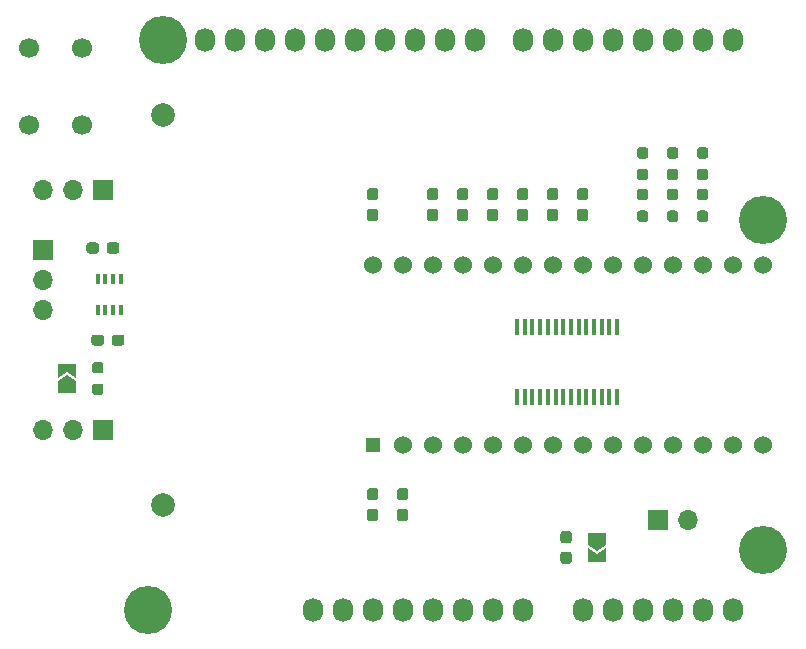
<source format=gts>
G04 #@! TF.GenerationSoftware,KiCad,Pcbnew,5.1.12-84ad8e8a86~92~ubuntu20.04.1*
G04 #@! TF.CreationDate,2022-02-09T05:50:52+09:00*
G04 #@! TF.ProjectId,Akashi-09,416b6173-6869-42d3-9039-2e6b69636164,rev?*
G04 #@! TF.SameCoordinates,Original*
G04 #@! TF.FileFunction,Soldermask,Top*
G04 #@! TF.FilePolarity,Negative*
%FSLAX46Y46*%
G04 Gerber Fmt 4.6, Leading zero omitted, Abs format (unit mm)*
G04 Created by KiCad (PCBNEW 5.1.12-84ad8e8a86~92~ubuntu20.04.1) date 2022-02-09 05:50:52*
%MOMM*%
%LPD*%
G01*
G04 APERTURE LIST*
%ADD10C,2.000000*%
%ADD11C,0.100000*%
%ADD12O,1.700000X1.700000*%
%ADD13R,1.700000X1.700000*%
%ADD14C,1.524000*%
%ADD15R,1.270000X1.270000*%
%ADD16R,0.406400X0.876300*%
%ADD17C,1.700000*%
%ADD18R,0.355600X1.384300*%
%ADD19O,1.727200X2.032000*%
%ADD20C,4.064000*%
G04 APERTURE END LIST*
D10*
G04 #@! TO.C,TP2*
X126238000Y-114935000D03*
G04 #@! TD*
G04 #@! TO.C,TP1*
X126238000Y-81915000D03*
G04 #@! TD*
D11*
G04 #@! TO.C,JP5*
G36*
X162998000Y-118840000D02*
G01*
X162248000Y-118340000D01*
X162248000Y-117340000D01*
X163748000Y-117340000D01*
X163748000Y-118340000D01*
X162998000Y-118840000D01*
G37*
G36*
X162248000Y-119790000D02*
G01*
X162248000Y-118640000D01*
X162998000Y-119140000D01*
X163748000Y-118640000D01*
X163748000Y-119790000D01*
X162248000Y-119790000D01*
G37*
G04 #@! TD*
G04 #@! TO.C,D10*
G36*
G01*
X160635500Y-118215000D02*
X160160500Y-118215000D01*
G75*
G02*
X159923000Y-117977500I0J237500D01*
G01*
X159923000Y-117402500D01*
G75*
G02*
X160160500Y-117165000I237500J0D01*
G01*
X160635500Y-117165000D01*
G75*
G02*
X160873000Y-117402500I0J-237500D01*
G01*
X160873000Y-117977500D01*
G75*
G02*
X160635500Y-118215000I-237500J0D01*
G01*
G37*
G36*
G01*
X160635500Y-119965000D02*
X160160500Y-119965000D01*
G75*
G02*
X159923000Y-119727500I0J237500D01*
G01*
X159923000Y-119152500D01*
G75*
G02*
X160160500Y-118915000I237500J0D01*
G01*
X160635500Y-118915000D01*
G75*
G02*
X160873000Y-119152500I0J-237500D01*
G01*
X160873000Y-119727500D01*
G75*
G02*
X160635500Y-119965000I-237500J0D01*
G01*
G37*
G04 #@! TD*
D12*
G04 #@! TO.C,J2*
X116078000Y-98425000D03*
X116078000Y-95885000D03*
D13*
X116078000Y-93345000D03*
G04 #@! TD*
D14*
G04 #@! TO.C,J1*
X144018000Y-94615000D03*
X146558000Y-94615000D03*
X149098000Y-94615000D03*
X151638000Y-94615000D03*
X154178000Y-94615000D03*
X156718000Y-94615000D03*
X159258000Y-94615000D03*
X161798000Y-94615000D03*
X164338000Y-94615000D03*
X166878000Y-94615000D03*
X169418000Y-94615000D03*
X171958000Y-94615000D03*
X174498000Y-94615000D03*
X177038000Y-94615000D03*
X177038000Y-109855000D03*
X174498000Y-109855000D03*
X171958000Y-109855000D03*
X169418000Y-109855000D03*
X166878000Y-109855000D03*
X164338000Y-109855000D03*
X161798000Y-109855000D03*
X159258000Y-109855000D03*
X156718000Y-109855000D03*
X154178000Y-109855000D03*
X151638000Y-109855000D03*
X149098000Y-109855000D03*
X146558000Y-109855000D03*
D15*
X144018000Y-109855000D03*
G04 #@! TD*
D12*
G04 #@! TO.C,JP3*
X170688000Y-116205000D03*
D13*
X168148000Y-116205000D03*
G04 #@! TD*
D16*
G04 #@! TO.C,U2*
X120748000Y-95800550D03*
X121397998Y-95800550D03*
X122048000Y-95800550D03*
X122697998Y-95800550D03*
X122697998Y-98429450D03*
X122048000Y-98429450D03*
X121397998Y-98429450D03*
X120748000Y-98429450D03*
G04 #@! TD*
D17*
G04 #@! TO.C,SW1*
X119448000Y-76315000D03*
X119448000Y-82815000D03*
X114948000Y-76315000D03*
X114948000Y-82815000D03*
G04 #@! TD*
G04 #@! TO.C,R16*
G36*
G01*
X120510500Y-104690000D02*
X120985500Y-104690000D01*
G75*
G02*
X121223000Y-104927500I0J-237500D01*
G01*
X121223000Y-105427500D01*
G75*
G02*
X120985500Y-105665000I-237500J0D01*
G01*
X120510500Y-105665000D01*
G75*
G02*
X120273000Y-105427500I0J237500D01*
G01*
X120273000Y-104927500D01*
G75*
G02*
X120510500Y-104690000I237500J0D01*
G01*
G37*
G36*
G01*
X120510500Y-102865000D02*
X120985500Y-102865000D01*
G75*
G02*
X121223000Y-103102500I0J-237500D01*
G01*
X121223000Y-103602500D01*
G75*
G02*
X120985500Y-103840000I-237500J0D01*
G01*
X120510500Y-103840000D01*
G75*
G02*
X120273000Y-103602500I0J237500D01*
G01*
X120273000Y-103102500D01*
G75*
G02*
X120510500Y-102865000I237500J0D01*
G01*
G37*
G04 #@! TD*
D12*
G04 #@! TO.C,JP2*
X116078000Y-88265000D03*
X118618000Y-88265000D03*
D13*
X121158000Y-88265000D03*
G04 #@! TD*
D11*
G04 #@! TO.C,JP4*
G36*
X118148000Y-103990000D02*
G01*
X118898000Y-104490000D01*
X118898000Y-105490000D01*
X117398000Y-105490000D01*
X117398000Y-104490000D01*
X118148000Y-103990000D01*
G37*
G36*
X118898000Y-103040000D02*
G01*
X118898000Y-104190000D01*
X118148000Y-103690000D01*
X117398000Y-104190000D01*
X117398000Y-103040000D01*
X118898000Y-103040000D01*
G37*
G04 #@! TD*
D12*
G04 #@! TO.C,JP1*
X116078000Y-108585000D03*
X118618000Y-108585000D03*
D13*
X121158000Y-108585000D03*
G04 #@! TD*
G04 #@! TO.C,C4*
G36*
G01*
X120860500Y-92977500D02*
X120860500Y-93452500D01*
G75*
G02*
X120623000Y-93690000I-237500J0D01*
G01*
X120023000Y-93690000D01*
G75*
G02*
X119785500Y-93452500I0J237500D01*
G01*
X119785500Y-92977500D01*
G75*
G02*
X120023000Y-92740000I237500J0D01*
G01*
X120623000Y-92740000D01*
G75*
G02*
X120860500Y-92977500I0J-237500D01*
G01*
G37*
G36*
G01*
X122585500Y-92977500D02*
X122585500Y-93452500D01*
G75*
G02*
X122348000Y-93690000I-237500J0D01*
G01*
X121748000Y-93690000D01*
G75*
G02*
X121510500Y-93452500I0J237500D01*
G01*
X121510500Y-92977500D01*
G75*
G02*
X121748000Y-92740000I237500J0D01*
G01*
X122348000Y-92740000D01*
G75*
G02*
X122585500Y-92977500I0J-237500D01*
G01*
G37*
G04 #@! TD*
G04 #@! TO.C,C3*
G36*
G01*
X121935500Y-101252500D02*
X121935500Y-100777500D01*
G75*
G02*
X122173000Y-100540000I237500J0D01*
G01*
X122773000Y-100540000D01*
G75*
G02*
X123010500Y-100777500I0J-237500D01*
G01*
X123010500Y-101252500D01*
G75*
G02*
X122773000Y-101490000I-237500J0D01*
G01*
X122173000Y-101490000D01*
G75*
G02*
X121935500Y-101252500I0J237500D01*
G01*
G37*
G36*
G01*
X120210500Y-101252500D02*
X120210500Y-100777500D01*
G75*
G02*
X120448000Y-100540000I237500J0D01*
G01*
X121048000Y-100540000D01*
G75*
G02*
X121285500Y-100777500I0J-237500D01*
G01*
X121285500Y-101252500D01*
G75*
G02*
X121048000Y-101490000I-237500J0D01*
G01*
X120448000Y-101490000D01*
G75*
G02*
X120210500Y-101252500I0J237500D01*
G01*
G37*
G04 #@! TD*
G04 #@! TO.C,R11*
G36*
G01*
X172195500Y-85657500D02*
X171720500Y-85657500D01*
G75*
G02*
X171483000Y-85420000I0J237500D01*
G01*
X171483000Y-84920000D01*
G75*
G02*
X171720500Y-84682500I237500J0D01*
G01*
X172195500Y-84682500D01*
G75*
G02*
X172433000Y-84920000I0J-237500D01*
G01*
X172433000Y-85420000D01*
G75*
G02*
X172195500Y-85657500I-237500J0D01*
G01*
G37*
G36*
G01*
X172195500Y-87482500D02*
X171720500Y-87482500D01*
G75*
G02*
X171483000Y-87245000I0J237500D01*
G01*
X171483000Y-86745000D01*
G75*
G02*
X171720500Y-86507500I237500J0D01*
G01*
X172195500Y-86507500D01*
G75*
G02*
X172433000Y-86745000I0J-237500D01*
G01*
X172433000Y-87245000D01*
G75*
G02*
X172195500Y-87482500I-237500J0D01*
G01*
G37*
G04 #@! TD*
G04 #@! TO.C,R10*
G36*
G01*
X172195500Y-89187500D02*
X171720500Y-89187500D01*
G75*
G02*
X171483000Y-88950000I0J237500D01*
G01*
X171483000Y-88450000D01*
G75*
G02*
X171720500Y-88212500I237500J0D01*
G01*
X172195500Y-88212500D01*
G75*
G02*
X172433000Y-88450000I0J-237500D01*
G01*
X172433000Y-88950000D01*
G75*
G02*
X172195500Y-89187500I-237500J0D01*
G01*
G37*
G36*
G01*
X172195500Y-91012500D02*
X171720500Y-91012500D01*
G75*
G02*
X171483000Y-90775000I0J237500D01*
G01*
X171483000Y-90275000D01*
G75*
G02*
X171720500Y-90037500I237500J0D01*
G01*
X172195500Y-90037500D01*
G75*
G02*
X172433000Y-90275000I0J-237500D01*
G01*
X172433000Y-90775000D01*
G75*
G02*
X172195500Y-91012500I-237500J0D01*
G01*
G37*
G04 #@! TD*
G04 #@! TO.C,R13*
G36*
G01*
X169655500Y-85657500D02*
X169180500Y-85657500D01*
G75*
G02*
X168943000Y-85420000I0J237500D01*
G01*
X168943000Y-84920000D01*
G75*
G02*
X169180500Y-84682500I237500J0D01*
G01*
X169655500Y-84682500D01*
G75*
G02*
X169893000Y-84920000I0J-237500D01*
G01*
X169893000Y-85420000D01*
G75*
G02*
X169655500Y-85657500I-237500J0D01*
G01*
G37*
G36*
G01*
X169655500Y-87482500D02*
X169180500Y-87482500D01*
G75*
G02*
X168943000Y-87245000I0J237500D01*
G01*
X168943000Y-86745000D01*
G75*
G02*
X169180500Y-86507500I237500J0D01*
G01*
X169655500Y-86507500D01*
G75*
G02*
X169893000Y-86745000I0J-237500D01*
G01*
X169893000Y-87245000D01*
G75*
G02*
X169655500Y-87482500I-237500J0D01*
G01*
G37*
G04 #@! TD*
G04 #@! TO.C,R12*
G36*
G01*
X169655500Y-89187500D02*
X169180500Y-89187500D01*
G75*
G02*
X168943000Y-88950000I0J237500D01*
G01*
X168943000Y-88450000D01*
G75*
G02*
X169180500Y-88212500I237500J0D01*
G01*
X169655500Y-88212500D01*
G75*
G02*
X169893000Y-88450000I0J-237500D01*
G01*
X169893000Y-88950000D01*
G75*
G02*
X169655500Y-89187500I-237500J0D01*
G01*
G37*
G36*
G01*
X169655500Y-91012500D02*
X169180500Y-91012500D01*
G75*
G02*
X168943000Y-90775000I0J237500D01*
G01*
X168943000Y-90275000D01*
G75*
G02*
X169180500Y-90037500I237500J0D01*
G01*
X169655500Y-90037500D01*
G75*
G02*
X169893000Y-90275000I0J-237500D01*
G01*
X169893000Y-90775000D01*
G75*
G02*
X169655500Y-91012500I-237500J0D01*
G01*
G37*
G04 #@! TD*
G04 #@! TO.C,R15*
G36*
G01*
X167115500Y-85657500D02*
X166640500Y-85657500D01*
G75*
G02*
X166403000Y-85420000I0J237500D01*
G01*
X166403000Y-84920000D01*
G75*
G02*
X166640500Y-84682500I237500J0D01*
G01*
X167115500Y-84682500D01*
G75*
G02*
X167353000Y-84920000I0J-237500D01*
G01*
X167353000Y-85420000D01*
G75*
G02*
X167115500Y-85657500I-237500J0D01*
G01*
G37*
G36*
G01*
X167115500Y-87482500D02*
X166640500Y-87482500D01*
G75*
G02*
X166403000Y-87245000I0J237500D01*
G01*
X166403000Y-86745000D01*
G75*
G02*
X166640500Y-86507500I237500J0D01*
G01*
X167115500Y-86507500D01*
G75*
G02*
X167353000Y-86745000I0J-237500D01*
G01*
X167353000Y-87245000D01*
G75*
G02*
X167115500Y-87482500I-237500J0D01*
G01*
G37*
G04 #@! TD*
G04 #@! TO.C,R14*
G36*
G01*
X167115500Y-89187500D02*
X166640500Y-89187500D01*
G75*
G02*
X166403000Y-88950000I0J237500D01*
G01*
X166403000Y-88450000D01*
G75*
G02*
X166640500Y-88212500I237500J0D01*
G01*
X167115500Y-88212500D01*
G75*
G02*
X167353000Y-88450000I0J-237500D01*
G01*
X167353000Y-88950000D01*
G75*
G02*
X167115500Y-89187500I-237500J0D01*
G01*
G37*
G36*
G01*
X167115500Y-91012500D02*
X166640500Y-91012500D01*
G75*
G02*
X166403000Y-90775000I0J237500D01*
G01*
X166403000Y-90275000D01*
G75*
G02*
X166640500Y-90037500I237500J0D01*
G01*
X167115500Y-90037500D01*
G75*
G02*
X167353000Y-90275000I0J-237500D01*
G01*
X167353000Y-90775000D01*
G75*
G02*
X167115500Y-91012500I-237500J0D01*
G01*
G37*
G04 #@! TD*
G04 #@! TO.C,D1*
G36*
G01*
X146320500Y-115285000D02*
X146795500Y-115285000D01*
G75*
G02*
X147033000Y-115522500I0J-237500D01*
G01*
X147033000Y-116097500D01*
G75*
G02*
X146795500Y-116335000I-237500J0D01*
G01*
X146320500Y-116335000D01*
G75*
G02*
X146083000Y-116097500I0J237500D01*
G01*
X146083000Y-115522500D01*
G75*
G02*
X146320500Y-115285000I237500J0D01*
G01*
G37*
G36*
G01*
X146320500Y-113535000D02*
X146795500Y-113535000D01*
G75*
G02*
X147033000Y-113772500I0J-237500D01*
G01*
X147033000Y-114347500D01*
G75*
G02*
X146795500Y-114585000I-237500J0D01*
G01*
X146320500Y-114585000D01*
G75*
G02*
X146083000Y-114347500I0J237500D01*
G01*
X146083000Y-113772500D01*
G75*
G02*
X146320500Y-113535000I237500J0D01*
G01*
G37*
G04 #@! TD*
G04 #@! TO.C,D4*
G36*
G01*
X149335500Y-89185000D02*
X148860500Y-89185000D01*
G75*
G02*
X148623000Y-88947500I0J237500D01*
G01*
X148623000Y-88372500D01*
G75*
G02*
X148860500Y-88135000I237500J0D01*
G01*
X149335500Y-88135000D01*
G75*
G02*
X149573000Y-88372500I0J-237500D01*
G01*
X149573000Y-88947500D01*
G75*
G02*
X149335500Y-89185000I-237500J0D01*
G01*
G37*
G36*
G01*
X149335500Y-90935000D02*
X148860500Y-90935000D01*
G75*
G02*
X148623000Y-90697500I0J237500D01*
G01*
X148623000Y-90122500D01*
G75*
G02*
X148860500Y-89885000I237500J0D01*
G01*
X149335500Y-89885000D01*
G75*
G02*
X149573000Y-90122500I0J-237500D01*
G01*
X149573000Y-90697500D01*
G75*
G02*
X149335500Y-90935000I-237500J0D01*
G01*
G37*
G04 #@! TD*
G04 #@! TO.C,D6*
G36*
G01*
X154415500Y-89185000D02*
X153940500Y-89185000D01*
G75*
G02*
X153703000Y-88947500I0J237500D01*
G01*
X153703000Y-88372500D01*
G75*
G02*
X153940500Y-88135000I237500J0D01*
G01*
X154415500Y-88135000D01*
G75*
G02*
X154653000Y-88372500I0J-237500D01*
G01*
X154653000Y-88947500D01*
G75*
G02*
X154415500Y-89185000I-237500J0D01*
G01*
G37*
G36*
G01*
X154415500Y-90935000D02*
X153940500Y-90935000D01*
G75*
G02*
X153703000Y-90697500I0J237500D01*
G01*
X153703000Y-90122500D01*
G75*
G02*
X153940500Y-89885000I237500J0D01*
G01*
X154415500Y-89885000D01*
G75*
G02*
X154653000Y-90122500I0J-237500D01*
G01*
X154653000Y-90697500D01*
G75*
G02*
X154415500Y-90935000I-237500J0D01*
G01*
G37*
G04 #@! TD*
G04 #@! TO.C,D8*
G36*
G01*
X159495500Y-89185000D02*
X159020500Y-89185000D01*
G75*
G02*
X158783000Y-88947500I0J237500D01*
G01*
X158783000Y-88372500D01*
G75*
G02*
X159020500Y-88135000I237500J0D01*
G01*
X159495500Y-88135000D01*
G75*
G02*
X159733000Y-88372500I0J-237500D01*
G01*
X159733000Y-88947500D01*
G75*
G02*
X159495500Y-89185000I-237500J0D01*
G01*
G37*
G36*
G01*
X159495500Y-90935000D02*
X159020500Y-90935000D01*
G75*
G02*
X158783000Y-90697500I0J237500D01*
G01*
X158783000Y-90122500D01*
G75*
G02*
X159020500Y-89885000I237500J0D01*
G01*
X159495500Y-89885000D01*
G75*
G02*
X159733000Y-90122500I0J-237500D01*
G01*
X159733000Y-90697500D01*
G75*
G02*
X159495500Y-90935000I-237500J0D01*
G01*
G37*
G04 #@! TD*
G04 #@! TO.C,D2*
G36*
G01*
X143780500Y-115285000D02*
X144255500Y-115285000D01*
G75*
G02*
X144493000Y-115522500I0J-237500D01*
G01*
X144493000Y-116097500D01*
G75*
G02*
X144255500Y-116335000I-237500J0D01*
G01*
X143780500Y-116335000D01*
G75*
G02*
X143543000Y-116097500I0J237500D01*
G01*
X143543000Y-115522500D01*
G75*
G02*
X143780500Y-115285000I237500J0D01*
G01*
G37*
G36*
G01*
X143780500Y-113535000D02*
X144255500Y-113535000D01*
G75*
G02*
X144493000Y-113772500I0J-237500D01*
G01*
X144493000Y-114347500D01*
G75*
G02*
X144255500Y-114585000I-237500J0D01*
G01*
X143780500Y-114585000D01*
G75*
G02*
X143543000Y-114347500I0J237500D01*
G01*
X143543000Y-113772500D01*
G75*
G02*
X143780500Y-113535000I237500J0D01*
G01*
G37*
G04 #@! TD*
G04 #@! TO.C,D3*
G36*
G01*
X144255500Y-89185000D02*
X143780500Y-89185000D01*
G75*
G02*
X143543000Y-88947500I0J237500D01*
G01*
X143543000Y-88372500D01*
G75*
G02*
X143780500Y-88135000I237500J0D01*
G01*
X144255500Y-88135000D01*
G75*
G02*
X144493000Y-88372500I0J-237500D01*
G01*
X144493000Y-88947500D01*
G75*
G02*
X144255500Y-89185000I-237500J0D01*
G01*
G37*
G36*
G01*
X144255500Y-90935000D02*
X143780500Y-90935000D01*
G75*
G02*
X143543000Y-90697500I0J237500D01*
G01*
X143543000Y-90122500D01*
G75*
G02*
X143780500Y-89885000I237500J0D01*
G01*
X144255500Y-89885000D01*
G75*
G02*
X144493000Y-90122500I0J-237500D01*
G01*
X144493000Y-90697500D01*
G75*
G02*
X144255500Y-90935000I-237500J0D01*
G01*
G37*
G04 #@! TD*
G04 #@! TO.C,D5*
G36*
G01*
X151875500Y-89185000D02*
X151400500Y-89185000D01*
G75*
G02*
X151163000Y-88947500I0J237500D01*
G01*
X151163000Y-88372500D01*
G75*
G02*
X151400500Y-88135000I237500J0D01*
G01*
X151875500Y-88135000D01*
G75*
G02*
X152113000Y-88372500I0J-237500D01*
G01*
X152113000Y-88947500D01*
G75*
G02*
X151875500Y-89185000I-237500J0D01*
G01*
G37*
G36*
G01*
X151875500Y-90935000D02*
X151400500Y-90935000D01*
G75*
G02*
X151163000Y-90697500I0J237500D01*
G01*
X151163000Y-90122500D01*
G75*
G02*
X151400500Y-89885000I237500J0D01*
G01*
X151875500Y-89885000D01*
G75*
G02*
X152113000Y-90122500I0J-237500D01*
G01*
X152113000Y-90697500D01*
G75*
G02*
X151875500Y-90935000I-237500J0D01*
G01*
G37*
G04 #@! TD*
G04 #@! TO.C,D7*
G36*
G01*
X156955500Y-89185000D02*
X156480500Y-89185000D01*
G75*
G02*
X156243000Y-88947500I0J237500D01*
G01*
X156243000Y-88372500D01*
G75*
G02*
X156480500Y-88135000I237500J0D01*
G01*
X156955500Y-88135000D01*
G75*
G02*
X157193000Y-88372500I0J-237500D01*
G01*
X157193000Y-88947500D01*
G75*
G02*
X156955500Y-89185000I-237500J0D01*
G01*
G37*
G36*
G01*
X156955500Y-90935000D02*
X156480500Y-90935000D01*
G75*
G02*
X156243000Y-90697500I0J237500D01*
G01*
X156243000Y-90122500D01*
G75*
G02*
X156480500Y-89885000I237500J0D01*
G01*
X156955500Y-89885000D01*
G75*
G02*
X157193000Y-90122500I0J-237500D01*
G01*
X157193000Y-90697500D01*
G75*
G02*
X156955500Y-90935000I-237500J0D01*
G01*
G37*
G04 #@! TD*
G04 #@! TO.C,D9*
G36*
G01*
X162035500Y-89185000D02*
X161560500Y-89185000D01*
G75*
G02*
X161323000Y-88947500I0J237500D01*
G01*
X161323000Y-88372500D01*
G75*
G02*
X161560500Y-88135000I237500J0D01*
G01*
X162035500Y-88135000D01*
G75*
G02*
X162273000Y-88372500I0J-237500D01*
G01*
X162273000Y-88947500D01*
G75*
G02*
X162035500Y-89185000I-237500J0D01*
G01*
G37*
G36*
G01*
X162035500Y-90935000D02*
X161560500Y-90935000D01*
G75*
G02*
X161323000Y-90697500I0J237500D01*
G01*
X161323000Y-90122500D01*
G75*
G02*
X161560500Y-89885000I237500J0D01*
G01*
X162035500Y-89885000D01*
G75*
G02*
X162273000Y-90122500I0J-237500D01*
G01*
X162273000Y-90697500D01*
G75*
G02*
X162035500Y-90935000I-237500J0D01*
G01*
G37*
G04 #@! TD*
D18*
G04 #@! TO.C,U1*
X156258000Y-99934950D03*
X156908001Y-99934950D03*
X157558000Y-99934950D03*
X158208001Y-99934950D03*
X158857999Y-99934950D03*
X159508001Y-99934950D03*
X160157999Y-99934950D03*
X160808001Y-99934950D03*
X161457999Y-99934950D03*
X162108001Y-99934950D03*
X162757999Y-99934950D03*
X163408000Y-99934950D03*
X164057999Y-99934950D03*
X164708000Y-99934950D03*
X164707998Y-105815050D03*
X164057999Y-105815050D03*
X163407998Y-105815050D03*
X162757999Y-105815050D03*
X162107998Y-105815050D03*
X161457999Y-105815050D03*
X160807998Y-105815050D03*
X160157999Y-105815050D03*
X159508001Y-105815050D03*
X158857999Y-105815050D03*
X158208001Y-105815050D03*
X157558000Y-105815050D03*
X156908001Y-105815050D03*
X156258000Y-105815050D03*
G04 #@! TD*
D19*
G04 #@! TO.C,P1*
X138938000Y-123825000D03*
X141478000Y-123825000D03*
X144018000Y-123825000D03*
X146558000Y-123825000D03*
X149098000Y-123825000D03*
X151638000Y-123825000D03*
X154178000Y-123825000D03*
X156718000Y-123825000D03*
G04 #@! TD*
G04 #@! TO.C,P2*
X161798000Y-123825000D03*
X164338000Y-123825000D03*
X166878000Y-123825000D03*
X169418000Y-123825000D03*
X171958000Y-123825000D03*
X174498000Y-123825000D03*
G04 #@! TD*
G04 #@! TO.C,P3*
X129794000Y-75565000D03*
X132334000Y-75565000D03*
X134874000Y-75565000D03*
X137414000Y-75565000D03*
X139954000Y-75565000D03*
X142494000Y-75565000D03*
X145034000Y-75565000D03*
X147574000Y-75565000D03*
X150114000Y-75565000D03*
X152654000Y-75565000D03*
G04 #@! TD*
G04 #@! TO.C,P4*
X156718000Y-75565000D03*
X159258000Y-75565000D03*
X161798000Y-75565000D03*
X164338000Y-75565000D03*
X166878000Y-75565000D03*
X169418000Y-75565000D03*
X171958000Y-75565000D03*
X174498000Y-75565000D03*
G04 #@! TD*
D20*
G04 #@! TO.C,P5*
X124968000Y-123825000D03*
G04 #@! TD*
G04 #@! TO.C,P6*
X177038000Y-118745000D03*
G04 #@! TD*
G04 #@! TO.C,P7*
X126238000Y-75565000D03*
G04 #@! TD*
G04 #@! TO.C,P8*
X177038000Y-90805000D03*
G04 #@! TD*
M02*

</source>
